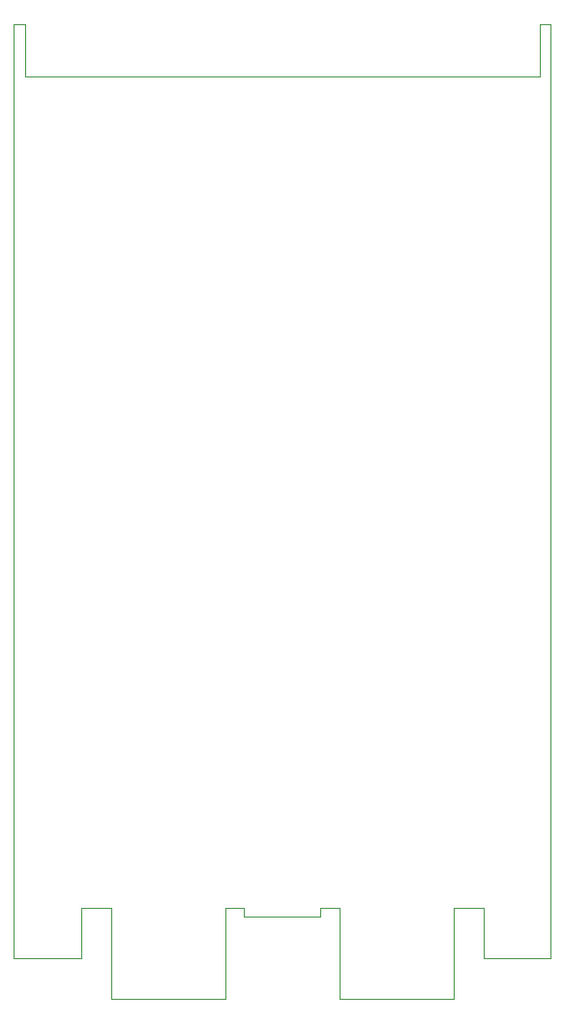
<source format=gbr>
%TF.GenerationSoftware,KiCad,Pcbnew,5.1.6*%
%TF.CreationDate,2021-05-06T17:12:19+02:00*%
%TF.ProjectId,nhci,6e686369-2e6b-4696-9361-645f70636258,rev?*%
%TF.SameCoordinates,Original*%
%TF.FileFunction,Profile,NP*%
%FSLAX46Y46*%
G04 Gerber Fmt 4.6, Leading zero omitted, Abs format (unit mm)*
G04 Created by KiCad (PCBNEW 5.1.6) date 2021-05-06 17:12:19*
%MOMM*%
%LPD*%
G01*
G04 APERTURE LIST*
%TA.AperFunction,Profile*%
%ADD10C,0.050000*%
%TD*%
G04 APERTURE END LIST*
D10*
X43286000Y-92682000D02*
X42286000Y-92682000D01*
X43286000Y-97282000D02*
X43286000Y-92682000D01*
X88286000Y-97282000D02*
X43286000Y-97282000D01*
X88286000Y-92682000D02*
X88286000Y-97282000D01*
X89286000Y-92682000D02*
X88286000Y-92682000D01*
X89286000Y-174382000D02*
X89286000Y-92682000D01*
X83386000Y-174382000D02*
X89286000Y-174382000D01*
X83386000Y-169982000D02*
X83386000Y-174382000D01*
X80786000Y-169982000D02*
X83386000Y-169982000D01*
X80786000Y-177982000D02*
X80786000Y-169982000D01*
X70786000Y-177982000D02*
X80786000Y-177982000D01*
X70786000Y-169982000D02*
X70786000Y-177982000D01*
X69136000Y-169982000D02*
X70786000Y-169982000D01*
X69136000Y-170782000D02*
X69136000Y-169982000D01*
X62436000Y-170782000D02*
X69136000Y-170782000D01*
X62436000Y-169982000D02*
X62436000Y-170782000D01*
X60786000Y-169982000D02*
X62436000Y-169982000D01*
X60786000Y-177982000D02*
X60786000Y-169982000D01*
X50786000Y-177982000D02*
X60786000Y-177982000D01*
X50786000Y-169982000D02*
X50786000Y-177982000D01*
X48186000Y-169982000D02*
X50786000Y-169982000D01*
X48186000Y-174382000D02*
X48186000Y-169982000D01*
X42286000Y-174382000D02*
X48186000Y-174382000D01*
X42286000Y-92682000D02*
X42286000Y-174382000D01*
M02*

</source>
